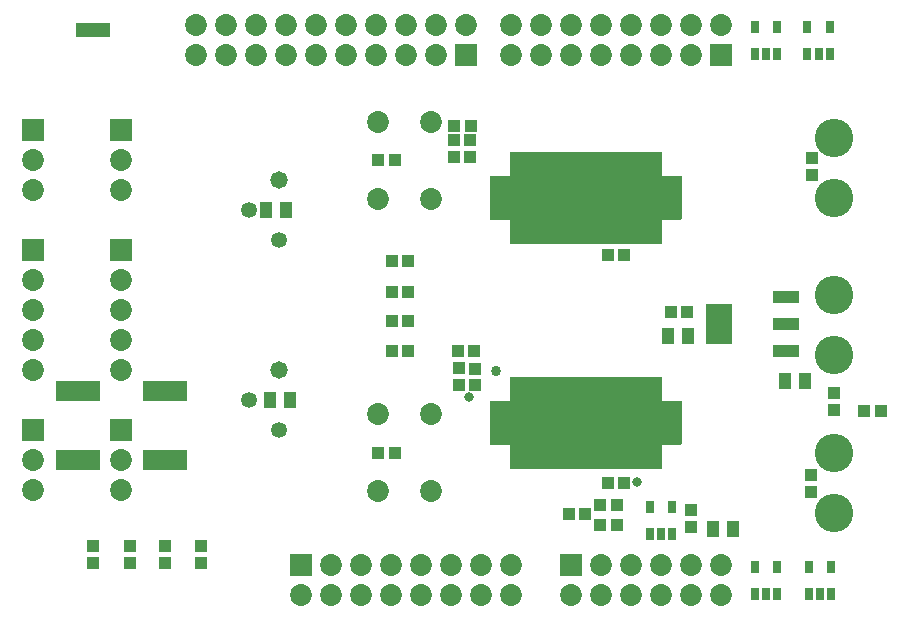
<source format=gbs>
%FSLAX25Y25*%
%MOIN*%
G70*
G01*
G75*
G04 Layer_Color=16711935*
%ADD10R,0.03150X0.03347*%
%ADD11R,0.02756X0.07087*%
%ADD12R,0.03937X0.03937*%
%ADD13R,0.05118X0.03347*%
%ADD14R,0.10500X0.04300*%
%ADD15R,0.03347X0.05118*%
%ADD16R,0.03150X0.11811*%
%ADD17R,0.10000X0.04400*%
%ADD18C,0.01200*%
%ADD19C,0.00600*%
%ADD20C,0.03000*%
%ADD21C,0.02500*%
%ADD22C,0.00700*%
%ADD23C,0.03200*%
%ADD24C,0.01600*%
%ADD25C,0.02800*%
%ADD26C,0.03500*%
%ADD27C,0.02000*%
%ADD28R,0.02953X0.02953*%
%ADD29R,0.06500X0.06500*%
%ADD30C,0.06500*%
%ADD31R,0.06500X0.06500*%
%ADD32C,0.12000*%
%ADD33C,0.05000*%
%ADD34C,0.04500*%
%ADD35C,0.02600*%
%ADD36C,0.02400*%
%ADD37C,0.04400*%
%ADD38C,0.03200*%
%ADD39C,0.03000*%
%ADD40R,0.13976X0.05906*%
%ADD41R,0.02362X0.03347*%
%ADD42R,0.03347X0.03150*%
%ADD43R,0.03543X0.04921*%
%ADD44R,0.08268X0.03543*%
%ADD45R,0.08268X0.12992*%
%ADD46C,0.01000*%
%ADD47C,0.00394*%
%ADD48C,0.01500*%
%ADD49C,0.00787*%
%ADD50C,0.00800*%
%ADD51C,0.00400*%
%ADD52R,0.03950X0.04147*%
%ADD53R,0.03556X0.07887*%
%ADD54R,0.04737X0.04737*%
%ADD55R,0.05918X0.04147*%
%ADD56R,0.11300X0.05100*%
%ADD57R,0.04147X0.05918*%
%ADD58R,0.03950X0.12611*%
%ADD59R,0.10800X0.05200*%
%ADD60R,0.03753X0.03753*%
%ADD61R,0.07300X0.07300*%
%ADD62C,0.07300*%
%ADD63R,0.07300X0.07300*%
%ADD64C,0.12800*%
%ADD65C,0.05800*%
%ADD66C,0.05300*%
%ADD67C,0.03400*%
%ADD68R,0.14776X0.06706*%
%ADD69R,0.03162X0.04147*%
%ADD70R,0.04147X0.03950*%
%ADD71R,0.04343X0.05721*%
%ADD72R,0.09068X0.04343*%
%ADD73R,0.09068X0.13792*%
G36*
X-89948Y-127103D02*
X-89896Y-127113D01*
X-89847Y-127130D01*
X-89800Y-127153D01*
X-89756Y-127182D01*
X-89717Y-127216D01*
X-89682Y-127256D01*
X-89653Y-127300D01*
X-89630Y-127347D01*
X-89613Y-127396D01*
X-89603Y-127448D01*
X-89599Y-127500D01*
Y-135099D01*
X-83799D01*
X-83747Y-135103D01*
X-83696Y-135113D01*
X-83646Y-135130D01*
X-83599Y-135153D01*
X-83555Y-135182D01*
X-83516Y-135217D01*
X-83481Y-135256D01*
X-83452Y-135300D01*
X-83429Y-135347D01*
X-83412Y-135396D01*
X-83402Y-135448D01*
X-83398Y-135500D01*
Y-149500D01*
X-83402Y-149552D01*
X-83412Y-149604D01*
X-83429Y-149653D01*
X-83452Y-149700D01*
X-83481Y-149744D01*
X-83516Y-149783D01*
X-83555Y-149818D01*
X-83599Y-149847D01*
X-83646Y-149870D01*
X-83696Y-149887D01*
X-83747Y-149897D01*
X-83799Y-149901D01*
X-89599D01*
Y-157500D01*
X-89603Y-157552D01*
X-89613Y-157604D01*
X-89630Y-157653D01*
X-89653Y-157700D01*
X-89682Y-157744D01*
X-89717Y-157783D01*
X-89756Y-157818D01*
X-89800Y-157847D01*
X-89847Y-157870D01*
X-89896Y-157887D01*
X-89948Y-157897D01*
X-90000Y-157901D01*
X-140000D01*
X-140052Y-157897D01*
X-140104Y-157887D01*
X-140153Y-157870D01*
X-140200Y-157847D01*
X-140244Y-157818D01*
X-140283Y-157783D01*
X-140318Y-157744D01*
X-140347Y-157700D01*
X-140370Y-157653D01*
X-140387Y-157604D01*
X-140397Y-157552D01*
X-140401Y-157500D01*
Y-149901D01*
X-146595D01*
X-146647Y-149897D01*
X-146698Y-149887D01*
X-146748Y-149870D01*
X-146795Y-149847D01*
X-146838Y-149818D01*
X-146878Y-149783D01*
X-146913Y-149744D01*
X-146942Y-149700D01*
X-146965Y-149653D01*
X-146982Y-149604D01*
X-146992Y-149552D01*
X-146995Y-149500D01*
Y-135500D01*
X-146992Y-135448D01*
X-146982Y-135396D01*
X-146965Y-135347D01*
X-146942Y-135300D01*
X-146913Y-135256D01*
X-146878Y-135217D01*
X-146838Y-135182D01*
X-146795Y-135153D01*
X-146748Y-135130D01*
X-146698Y-135113D01*
X-146647Y-135103D01*
X-146595Y-135099D01*
X-140401D01*
Y-127500D01*
X-140397Y-127448D01*
X-140387Y-127396D01*
X-140370Y-127347D01*
X-140347Y-127300D01*
X-140318Y-127256D01*
X-140283Y-127216D01*
X-140244Y-127182D01*
X-140200Y-127153D01*
X-140153Y-127130D01*
X-140104Y-127113D01*
X-140052Y-127103D01*
X-140000Y-127099D01*
X-90000D01*
X-89948Y-127103D01*
D02*
G37*
G36*
Y-52103D02*
X-89896Y-52113D01*
X-89847Y-52130D01*
X-89800Y-52153D01*
X-89756Y-52182D01*
X-89717Y-52217D01*
X-89682Y-52256D01*
X-89653Y-52300D01*
X-89630Y-52347D01*
X-89613Y-52396D01*
X-89603Y-52448D01*
X-89599Y-52500D01*
Y-60099D01*
X-83799D01*
X-83747Y-60103D01*
X-83696Y-60113D01*
X-83646Y-60130D01*
X-83599Y-60153D01*
X-83555Y-60182D01*
X-83516Y-60216D01*
X-83481Y-60256D01*
X-83452Y-60300D01*
X-83429Y-60347D01*
X-83412Y-60396D01*
X-83402Y-60448D01*
X-83398Y-60500D01*
Y-74500D01*
X-83402Y-74552D01*
X-83412Y-74604D01*
X-83429Y-74653D01*
X-83452Y-74700D01*
X-83481Y-74744D01*
X-83516Y-74783D01*
X-83555Y-74818D01*
X-83599Y-74847D01*
X-83646Y-74870D01*
X-83696Y-74887D01*
X-83747Y-74897D01*
X-83799Y-74901D01*
X-89599D01*
Y-82500D01*
X-89603Y-82552D01*
X-89613Y-82604D01*
X-89630Y-82653D01*
X-89653Y-82700D01*
X-89682Y-82744D01*
X-89717Y-82783D01*
X-89756Y-82818D01*
X-89800Y-82847D01*
X-89847Y-82870D01*
X-89896Y-82887D01*
X-89948Y-82897D01*
X-90000Y-82901D01*
X-140000D01*
X-140052Y-82897D01*
X-140104Y-82887D01*
X-140153Y-82870D01*
X-140200Y-82847D01*
X-140244Y-82818D01*
X-140283Y-82783D01*
X-140318Y-82744D01*
X-140347Y-82700D01*
X-140370Y-82653D01*
X-140387Y-82604D01*
X-140397Y-82552D01*
X-140401Y-82500D01*
Y-74901D01*
X-146595D01*
X-146647Y-74897D01*
X-146698Y-74887D01*
X-146748Y-74870D01*
X-146795Y-74847D01*
X-146838Y-74818D01*
X-146878Y-74783D01*
X-146913Y-74744D01*
X-146942Y-74700D01*
X-146965Y-74653D01*
X-146982Y-74604D01*
X-146992Y-74552D01*
X-146995Y-74500D01*
Y-60500D01*
X-146992Y-60448D01*
X-146982Y-60396D01*
X-146965Y-60347D01*
X-146942Y-60300D01*
X-146913Y-60256D01*
X-146878Y-60216D01*
X-146838Y-60182D01*
X-146795Y-60153D01*
X-146748Y-60130D01*
X-146698Y-60113D01*
X-146647Y-60103D01*
X-146595Y-60099D01*
X-140401D01*
Y-52500D01*
X-140397Y-52448D01*
X-140387Y-52396D01*
X-140370Y-52347D01*
X-140347Y-52300D01*
X-140318Y-52256D01*
X-140283Y-52217D01*
X-140244Y-52182D01*
X-140200Y-52153D01*
X-140153Y-52130D01*
X-140104Y-52113D01*
X-140052Y-52103D01*
X-140000Y-52099D01*
X-90000D01*
X-89948Y-52103D01*
D02*
G37*
D38*
X-98100Y-162300D02*
D03*
X-154100Y-134000D02*
D03*
D52*
X-178744Y-152500D02*
D03*
X-184256D02*
D03*
X-178744Y-55000D02*
D03*
X-184256D02*
D03*
X-107756Y-162500D02*
D03*
X-102244D02*
D03*
X-110256Y-170000D02*
D03*
X-104744D02*
D03*
X-120756Y-173000D02*
D03*
X-115244D02*
D03*
X-110256Y-176500D02*
D03*
X-104744D02*
D03*
X-86756Y-105500D02*
D03*
X-81244D02*
D03*
X-152244Y-118500D02*
D03*
X-157756D02*
D03*
X-153444Y-43500D02*
D03*
X-158956D02*
D03*
X-174244Y-99000D02*
D03*
X-179756D02*
D03*
X-174244Y-108500D02*
D03*
X-179756D02*
D03*
X-174244Y-118500D02*
D03*
X-179756D02*
D03*
X-102244Y-86500D02*
D03*
X-107756D02*
D03*
X-179756Y-88500D02*
D03*
X-174244D02*
D03*
X-22256Y-138500D02*
D03*
X-16744D02*
D03*
D54*
X-115000Y-142500D02*
D03*
Y-145256D02*
D03*
Y-139744D02*
D03*
X-106732D02*
D03*
Y-145256D02*
D03*
Y-142500D02*
D03*
X-115000Y-67500D02*
D03*
Y-70256D02*
D03*
Y-64744D02*
D03*
X-106732D02*
D03*
Y-70256D02*
D03*
Y-67500D02*
D03*
D56*
X-279500Y-11500D02*
D03*
D60*
X-128779Y-142500D02*
D03*
Y-145256D02*
D03*
Y-139744D02*
D03*
X-131535Y-142500D02*
D03*
Y-145256D02*
D03*
Y-139744D02*
D03*
X-134291Y-142500D02*
D03*
Y-145256D02*
D03*
Y-139744D02*
D03*
X-137047Y-142500D02*
D03*
Y-145256D02*
D03*
Y-139744D02*
D03*
X-139803Y-142500D02*
D03*
Y-145256D02*
D03*
Y-139744D02*
D03*
X-142559Y-142500D02*
D03*
Y-145256D02*
D03*
Y-139744D02*
D03*
X-101221Y-142500D02*
D03*
Y-145256D02*
D03*
Y-139744D02*
D03*
X-98465Y-142500D02*
D03*
Y-145256D02*
D03*
Y-139744D02*
D03*
X-95709Y-142500D02*
D03*
Y-145256D02*
D03*
Y-139744D02*
D03*
X-87441D02*
D03*
Y-145256D02*
D03*
Y-142500D02*
D03*
X-90197Y-139744D02*
D03*
Y-145256D02*
D03*
Y-142500D02*
D03*
X-92953Y-139744D02*
D03*
Y-145256D02*
D03*
Y-142500D02*
D03*
X-84685D02*
D03*
Y-145256D02*
D03*
Y-139744D02*
D03*
X-145315D02*
D03*
Y-145256D02*
D03*
Y-142500D02*
D03*
Y-136988D02*
D03*
X-84685D02*
D03*
X-92953D02*
D03*
X-90197D02*
D03*
X-87441D02*
D03*
X-95709D02*
D03*
X-98465D02*
D03*
X-101221D02*
D03*
X-142559D02*
D03*
X-139803D02*
D03*
X-137047D02*
D03*
X-134291D02*
D03*
X-131535D02*
D03*
X-128779D02*
D03*
X-145315Y-148012D02*
D03*
X-84685D02*
D03*
X-92953D02*
D03*
X-90197D02*
D03*
X-87441D02*
D03*
X-95709D02*
D03*
X-98465D02*
D03*
X-101221D02*
D03*
X-142559D02*
D03*
X-139803D02*
D03*
X-137047D02*
D03*
X-134291D02*
D03*
X-131535D02*
D03*
X-128779D02*
D03*
X-92953Y-150768D02*
D03*
X-95709D02*
D03*
X-98465D02*
D03*
X-101221D02*
D03*
X-137047D02*
D03*
X-134291D02*
D03*
X-131535D02*
D03*
X-128779D02*
D03*
X-92953Y-134232D02*
D03*
X-95709D02*
D03*
X-98465D02*
D03*
X-101221D02*
D03*
X-137047D02*
D03*
X-134291D02*
D03*
X-131535D02*
D03*
X-128779D02*
D03*
Y-131476D02*
D03*
X-131535D02*
D03*
X-134291D02*
D03*
X-137047Y-131476D02*
D03*
X-101221Y-131476D02*
D03*
X-98465D02*
D03*
X-95709D02*
D03*
X-92953D02*
D03*
Y-153524D02*
D03*
X-95709D02*
D03*
X-98465D02*
D03*
X-101221D02*
D03*
X-137047Y-153524D02*
D03*
X-134291Y-153524D02*
D03*
X-131535D02*
D03*
X-128779D02*
D03*
Y-67500D02*
D03*
Y-70256D02*
D03*
Y-64744D02*
D03*
X-131535Y-67500D02*
D03*
Y-70256D02*
D03*
Y-64744D02*
D03*
X-134291Y-67500D02*
D03*
Y-70256D02*
D03*
Y-64744D02*
D03*
X-137047Y-67500D02*
D03*
Y-70256D02*
D03*
Y-64744D02*
D03*
X-139803Y-67500D02*
D03*
Y-70256D02*
D03*
Y-64744D02*
D03*
X-142559Y-67500D02*
D03*
Y-70256D02*
D03*
Y-64744D02*
D03*
X-101221Y-67500D02*
D03*
Y-70256D02*
D03*
Y-64744D02*
D03*
X-98465Y-67500D02*
D03*
Y-70256D02*
D03*
Y-64744D02*
D03*
X-95709Y-67500D02*
D03*
Y-70256D02*
D03*
Y-64744D02*
D03*
X-87441D02*
D03*
Y-70256D02*
D03*
Y-67500D02*
D03*
X-90197Y-64744D02*
D03*
Y-70256D02*
D03*
Y-67500D02*
D03*
X-92953Y-64744D02*
D03*
Y-70256D02*
D03*
Y-67500D02*
D03*
X-84685D02*
D03*
Y-70256D02*
D03*
Y-64744D02*
D03*
X-145315D02*
D03*
Y-70256D02*
D03*
Y-67500D02*
D03*
Y-61988D02*
D03*
X-84685D02*
D03*
X-92953D02*
D03*
X-90197D02*
D03*
X-87441D02*
D03*
X-95709D02*
D03*
X-98465D02*
D03*
X-101221D02*
D03*
X-142559D02*
D03*
X-139803D02*
D03*
X-137047D02*
D03*
X-134291D02*
D03*
X-131535D02*
D03*
X-128779D02*
D03*
X-145315Y-73012D02*
D03*
X-84685D02*
D03*
X-92953D02*
D03*
X-90197D02*
D03*
X-87441D02*
D03*
X-95709D02*
D03*
X-98465D02*
D03*
X-101221D02*
D03*
X-142559D02*
D03*
X-139803D02*
D03*
X-137047D02*
D03*
X-134291D02*
D03*
X-131535D02*
D03*
X-128779D02*
D03*
X-92953Y-75768D02*
D03*
X-95709D02*
D03*
X-98465D02*
D03*
X-101221D02*
D03*
X-137047D02*
D03*
X-134291D02*
D03*
X-131535D02*
D03*
X-128779D02*
D03*
X-92953Y-59232D02*
D03*
X-95709D02*
D03*
X-98465D02*
D03*
X-101221D02*
D03*
X-137047D02*
D03*
X-134291D02*
D03*
X-131535D02*
D03*
X-128779D02*
D03*
Y-56476D02*
D03*
X-131535D02*
D03*
X-134291D02*
D03*
X-137047Y-56476D02*
D03*
X-101221Y-56476D02*
D03*
X-98465D02*
D03*
X-95709D02*
D03*
X-92953D02*
D03*
Y-78524D02*
D03*
X-95709D02*
D03*
X-98465D02*
D03*
X-101221D02*
D03*
X-137047Y-78524D02*
D03*
X-134291Y-78524D02*
D03*
X-131535D02*
D03*
X-128779D02*
D03*
D61*
X-210000Y-190000D02*
D03*
X-70000Y-20000D02*
D03*
X-155000D02*
D03*
X-120000Y-190000D02*
D03*
D62*
X-200000D02*
D03*
X-190000D02*
D03*
X-180000D02*
D03*
X-170000D02*
D03*
X-160000D02*
D03*
X-210000Y-200000D02*
D03*
X-200000D02*
D03*
X-190000D02*
D03*
X-180000D02*
D03*
X-170000D02*
D03*
X-160000D02*
D03*
X-150000Y-190000D02*
D03*
Y-200000D02*
D03*
X-140000D02*
D03*
Y-190000D02*
D03*
X-80000Y-20000D02*
D03*
X-90000D02*
D03*
X-100000D02*
D03*
X-110000D02*
D03*
X-120000D02*
D03*
X-70000Y-10000D02*
D03*
X-80000D02*
D03*
X-90000D02*
D03*
X-100000D02*
D03*
X-110000D02*
D03*
X-120000D02*
D03*
X-130000Y-20000D02*
D03*
Y-10000D02*
D03*
X-140000D02*
D03*
Y-20000D02*
D03*
X-235000D02*
D03*
Y-10000D02*
D03*
X-245000D02*
D03*
Y-20000D02*
D03*
X-225000D02*
D03*
Y-10000D02*
D03*
X-215000D02*
D03*
Y-20000D02*
D03*
X-205000Y-10000D02*
D03*
X-195000D02*
D03*
X-185000D02*
D03*
X-175000D02*
D03*
X-165000D02*
D03*
X-155000D02*
D03*
X-205000Y-20000D02*
D03*
X-195000D02*
D03*
X-185000D02*
D03*
X-175000D02*
D03*
X-165000D02*
D03*
X-110000Y-190000D02*
D03*
X-100000D02*
D03*
X-90000D02*
D03*
X-80000D02*
D03*
X-70000D02*
D03*
X-120000Y-200000D02*
D03*
X-110000D02*
D03*
X-100000D02*
D03*
X-90000D02*
D03*
X-80000D02*
D03*
X-70000D02*
D03*
X-299500Y-65000D02*
D03*
Y-55000D02*
D03*
X-270000D02*
D03*
Y-65000D02*
D03*
X-299500Y-95000D02*
D03*
Y-105000D02*
D03*
Y-115000D02*
D03*
Y-125000D02*
D03*
X-270000D02*
D03*
Y-115000D02*
D03*
Y-105000D02*
D03*
Y-95000D02*
D03*
X-270000Y-165000D02*
D03*
Y-155000D02*
D03*
X-299500Y-165000D02*
D03*
Y-155000D02*
D03*
X-184358Y-139705D02*
D03*
Y-165295D02*
D03*
X-166642Y-139705D02*
D03*
Y-165295D02*
D03*
X-184358Y-42205D02*
D03*
Y-67795D02*
D03*
X-166642Y-42205D02*
D03*
Y-67795D02*
D03*
D63*
X-299500Y-45000D02*
D03*
X-270000D02*
D03*
X-299500Y-85000D02*
D03*
X-270000D02*
D03*
X-270000Y-145000D02*
D03*
X-299500D02*
D03*
D64*
X-32500Y-47500D02*
D03*
Y-67500D02*
D03*
Y-100000D02*
D03*
Y-120000D02*
D03*
Y-152500D02*
D03*
Y-172500D02*
D03*
D65*
X-217500Y-61500D02*
D03*
Y-125000D02*
D03*
D66*
X-227500Y-71500D02*
D03*
X-217500Y-81500D02*
D03*
X-227500Y-135000D02*
D03*
X-217500Y-145000D02*
D03*
D67*
X-144900Y-125200D02*
D03*
D68*
X-284500Y-154917D02*
D03*
Y-132083D02*
D03*
X-255500Y-154917D02*
D03*
Y-132083D02*
D03*
D69*
X-33760Y-19429D02*
D03*
X-37500D02*
D03*
X-41240D02*
D03*
Y-10571D02*
D03*
X-33760D02*
D03*
X-51260Y-19429D02*
D03*
X-55000D02*
D03*
X-58740D02*
D03*
Y-10571D02*
D03*
X-51260D02*
D03*
X-86260Y-179429D02*
D03*
X-90000D02*
D03*
X-93740D02*
D03*
Y-170571D02*
D03*
X-86260D02*
D03*
X-51260Y-199429D02*
D03*
X-55000D02*
D03*
X-58740D02*
D03*
Y-190571D02*
D03*
X-51260D02*
D03*
X-33260Y-199429D02*
D03*
X-37000D02*
D03*
X-40740D02*
D03*
Y-190571D02*
D03*
X-33260D02*
D03*
D70*
X-80000Y-171744D02*
D03*
Y-177256D02*
D03*
X-152100Y-129956D02*
D03*
Y-124444D02*
D03*
X-279500Y-183744D02*
D03*
Y-189256D02*
D03*
X-267000Y-183744D02*
D03*
Y-189256D02*
D03*
X-255500Y-183744D02*
D03*
Y-189256D02*
D03*
X-243500Y-183744D02*
D03*
Y-189256D02*
D03*
X-153700Y-53756D02*
D03*
Y-48244D02*
D03*
X-157500Y-129756D02*
D03*
Y-124244D02*
D03*
X-40000Y-159944D02*
D03*
Y-165456D02*
D03*
X-159000Y-53756D02*
D03*
Y-48244D02*
D03*
X-39600Y-54244D02*
D03*
Y-59756D02*
D03*
X-32500Y-138256D02*
D03*
Y-132744D02*
D03*
D71*
X-72847Y-178000D02*
D03*
X-66154D02*
D03*
X-87846Y-113500D02*
D03*
X-81154D02*
D03*
X-220346Y-135000D02*
D03*
X-213653D02*
D03*
X-221847Y-71500D02*
D03*
X-215154D02*
D03*
X-42154Y-128500D02*
D03*
X-48847D02*
D03*
D72*
X-48280Y-100445D02*
D03*
Y-109500D02*
D03*
Y-118555D02*
D03*
D73*
X-70720Y-109500D02*
D03*
M02*

</source>
